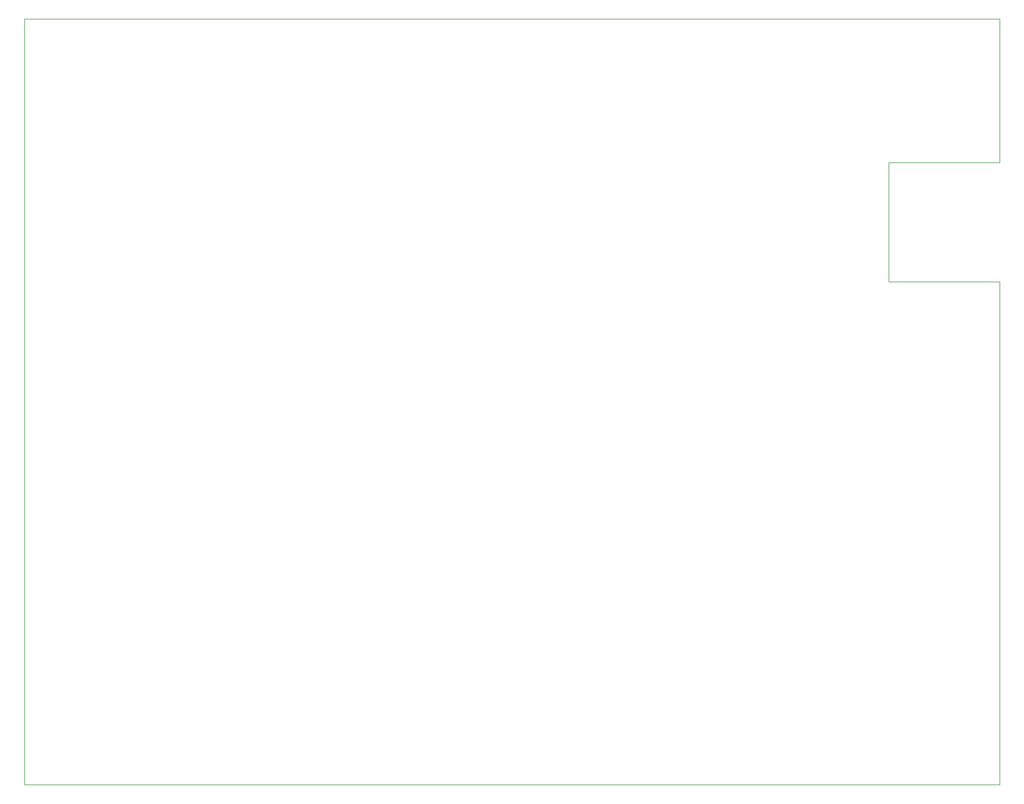
<source format=gbr>
%TF.GenerationSoftware,KiCad,Pcbnew,(6.0.9)*%
%TF.CreationDate,2023-02-03T00:01:36-05:00*%
%TF.ProjectId,BBB_16,4242425f-3136-42e6-9b69-6361645f7063,v2.3*%
%TF.SameCoordinates,Original*%
%TF.FileFunction,Profile,NP*%
%FSLAX46Y46*%
G04 Gerber Fmt 4.6, Leading zero omitted, Abs format (unit mm)*
G04 Created by KiCad (PCBNEW (6.0.9)) date 2023-02-03 00:01:36*
%MOMM*%
%LPD*%
G01*
G04 APERTURE LIST*
%TA.AperFunction,Profile*%
%ADD10C,0.050000*%
%TD*%
G04 APERTURE END LIST*
D10*
X17849800Y-23996300D02*
X17849800Y52803700D01*
X-130950200Y92903700D02*
X-130950200Y-24012300D01*
X17849800Y92903700D02*
X-130950200Y92903700D01*
X17849800Y71003700D02*
X17849800Y92903700D01*
X949800Y71003700D02*
X949800Y52803700D01*
X949800Y52803700D02*
X17849800Y52803700D01*
X17849800Y71003700D02*
X949800Y71003700D01*
X17849800Y-23996300D02*
X-130950200Y-24012300D01*
M02*

</source>
